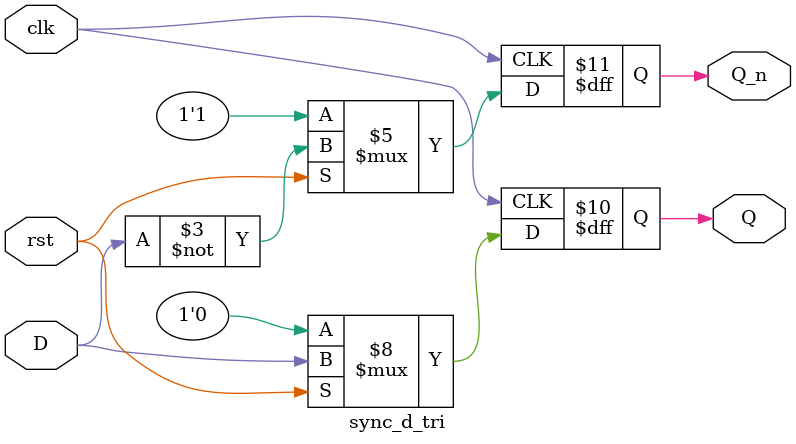
<source format=v>
`timescale 1ns / 1ps


module sync_d_tri(
	input clk,
	input rst,
	input D,
	output Q,
	output Q_n
    );
	
	always @(posedge clk) begin 
		if(!rst) begin 
			Q = 0;
			Q_n = 1;
		end else begin 
			Q = D;
			Q_n = ~D;
		end
	end
	
endmodule

</source>
